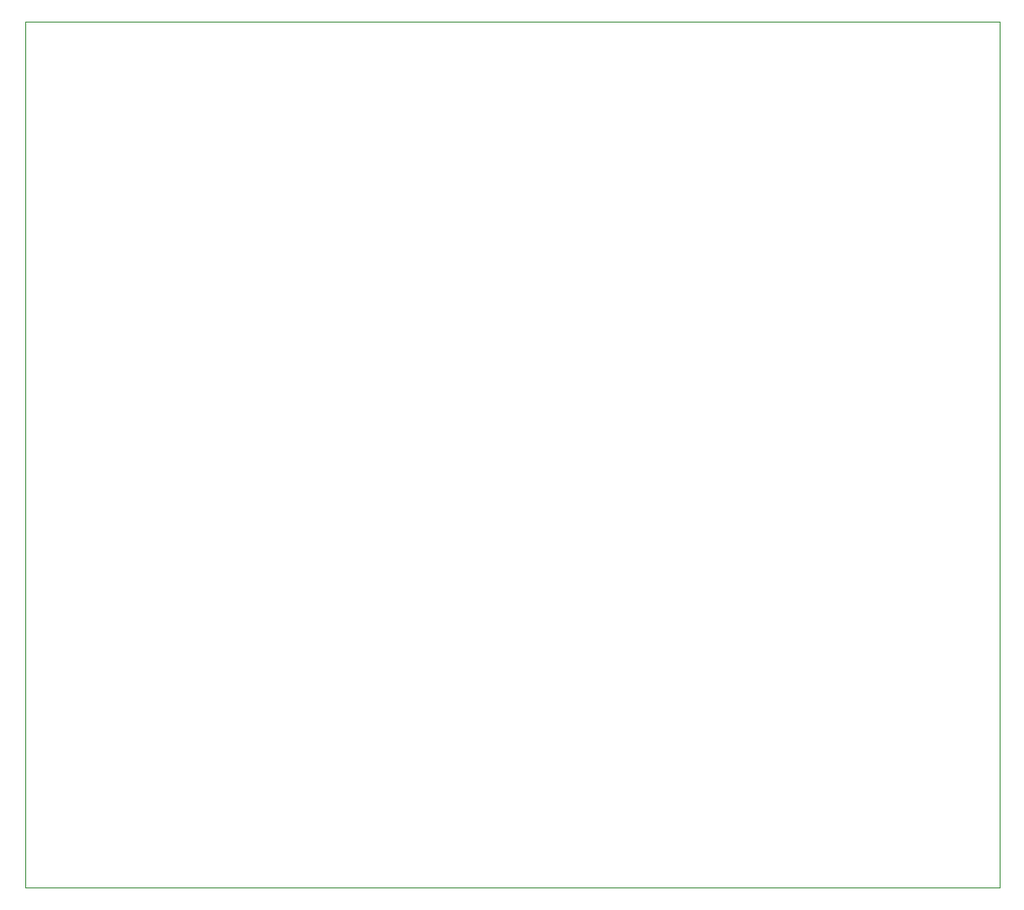
<source format=gbr>
%TF.GenerationSoftware,KiCad,Pcbnew,7.0.1*%
%TF.CreationDate,2023-03-21T08:10:22+02:00*%
%TF.ProjectId,FullSchematic,46756c6c-5363-4686-956d-617469632e6b,rev?*%
%TF.SameCoordinates,Original*%
%TF.FileFunction,Profile,NP*%
%FSLAX46Y46*%
G04 Gerber Fmt 4.6, Leading zero omitted, Abs format (unit mm)*
G04 Created by KiCad (PCBNEW 7.0.1) date 2023-03-21 08:10:22*
%MOMM*%
%LPD*%
G01*
G04 APERTURE LIST*
%TA.AperFunction,Profile*%
%ADD10C,0.100000*%
%TD*%
G04 APERTURE END LIST*
D10*
X81280000Y-50800000D02*
X172720000Y-50800000D01*
X172720000Y-132080000D01*
X81280000Y-132080000D01*
X81280000Y-50800000D01*
M02*

</source>
